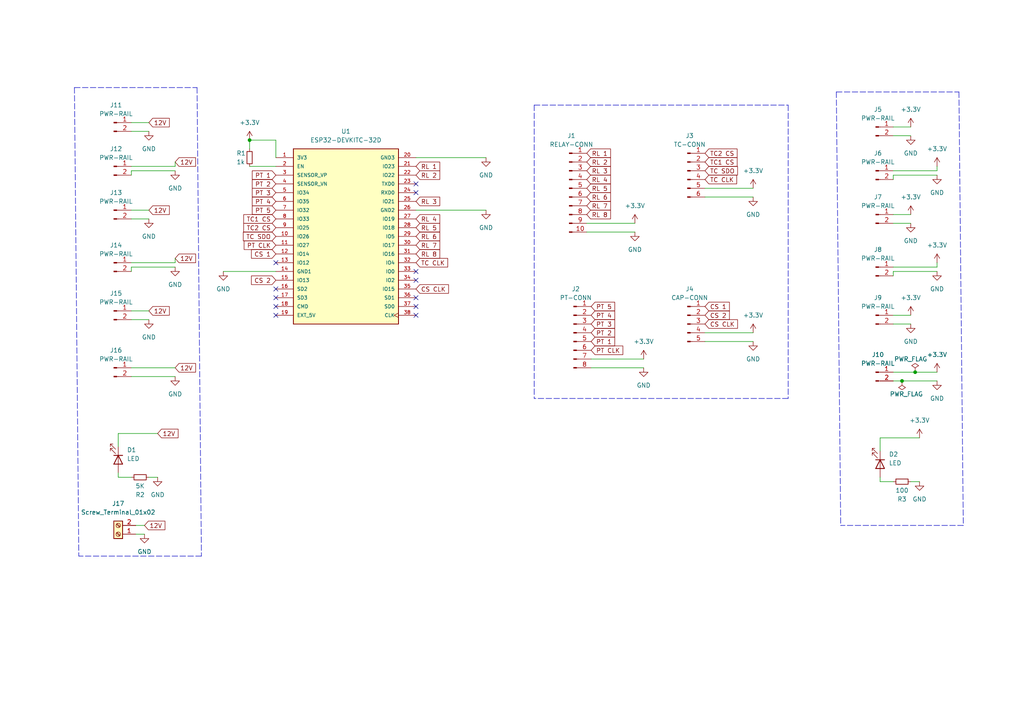
<source format=kicad_sch>
(kicad_sch (version 20211123) (generator eeschema)
  (paper "A4")
  (lib_symbols
    (symbol "Connector:Conn_01x02_Male" (pin_names (offset 1.016) hide)
      (property "Reference" "J" (at 0 2.54 0))
      (property "Value" "Conn_01x02_Male" (at 0 -5.08 0))
      (symbol "Conn_01x02_Male_1_1"
        (polyline (pts (xy 1.27 -2.54) (xy 0.8636 -2.54)) (stroke (width 0.1524)))
        (polyline (pts (xy 1.27 0) (xy 0.8636 0)) (stroke (width 0.1524)))
        (rectangle (start 0.8636 -2.413) (end 0 -2.667) (stroke (width 0.1524)) (fill (type outline)))
        (rectangle (start 0.8636 0.127) (end 0 -0.127) (stroke (width 0.1524)) (fill (type outline)))
        (pin passive line (at 5.08 0 180) (length 3.81) (name "Pin_1") (number "1"))
        (pin passive line (at 5.08 -2.54 180) (length 3.81) (name "Pin_2") (number "2"))
      )
    )
    (symbol "Connector:Conn_01x05_Male" (pin_names (offset 1.016) hide)
      (property "Reference" "J" (at 0 7.62 0))
      (property "Value" "Conn_01x05_Male" (at 0 -7.62 0))
      (symbol "Conn_01x05_Male_1_1"
        (polyline (pts (xy 1.27 -5.08) (xy 0.8636 -5.08)) (stroke (width 0.1524)))
        (polyline (pts (xy 1.27 -2.54) (xy 0.8636 -2.54)) (stroke (width 0.1524)))
        (polyline (pts (xy 1.27 0) (xy 0.8636 0)) (stroke (width 0.1524)))
        (polyline (pts (xy 1.27 2.54) (xy 0.8636 2.54)) (stroke (width 0.1524)))
        (polyline (pts (xy 1.27 5.08) (xy 0.8636 5.08)) (stroke (width 0.1524)))
        (rectangle (start 0.8636 -4.953) (end 0 -5.207) (stroke (width 0.1524)) (fill (type outline)))
        (rectangle (start 0.8636 -2.413) (end 0 -2.667) (stroke (width 0.1524)) (fill (type outline)))
        (rectangle (start 0.8636 0.127) (end 0 -0.127) (stroke (width 0.1524)) (fill (type outline)))
        (rectangle (start 0.8636 2.667) (end 0 2.413) (stroke (width 0.1524)) (fill (type outline)))
        (rectangle (start 0.8636 5.207) (end 0 4.953) (stroke (width 0.1524)) (fill (type outline)))
        (pin passive line (at 5.08 5.08 180) (length 3.81) (name "Pin_1") (number "1"))
        (pin passive line (at 5.08 2.54 180) (length 3.81) (name "Pin_2") (number "2"))
        (pin passive line (at 5.08 0 180) (length 3.81) (name "Pin_3") (number "3"))
        (pin passive line (at 5.08 -2.54 180) (length 3.81) (name "Pin_4") (number "4"))
        (pin passive line (at 5.08 -5.08 180) (length 3.81) (name "Pin_5") (number "5"))
      )
    )
    (symbol "Connector:Conn_01x06_Male" (pin_names (offset 1.016) hide)
      (property "Reference" "J" (at 0 7.62 0))
      (property "Value" "Conn_01x06_Male" (at 0 -10.16 0))
      (symbol "Conn_01x06_Male_1_1"
        (polyline (pts (xy 1.27 -7.62) (xy 0.8636 -7.62)) (stroke (width 0.1524)))
        (polyline (pts (xy 1.27 -5.08) (xy 0.8636 -5.08)) (stroke (width 0.1524)))
        (polyline (pts (xy 1.27 -2.54) (xy 0.8636 -2.54)) (stroke (width 0.1524)))
        (polyline (pts (xy 1.27 0) (xy 0.8636 0)) (stroke (width 0.1524)))
        (polyline (pts (xy 1.27 2.54) (xy 0.8636 2.54)) (stroke (width 0.1524)))
        (polyline (pts (xy 1.27 5.08) (xy 0.8636 5.08)) (stroke (width 0.1524)))
        (rectangle (start 0.8636 -7.493) (end 0 -7.747) (stroke (width 0.1524)) (fill (type outline)))
        (rectangle (start 0.8636 -4.953) (end 0 -5.207) (stroke (width 0.1524)) (fill (type outline)))
        (rectangle (start 0.8636 -2.413) (end 0 -2.667) (stroke (width 0.1524)) (fill (type outline)))
        (rectangle (start 0.8636 0.127) (end 0 -0.127) (stroke (width 0.1524)) (fill (type outline)))
        (rectangle (start 0.8636 2.667) (end 0 2.413) (stroke (width 0.1524)) (fill (type outline)))
        (rectangle (start 0.8636 5.207) (end 0 4.953) (stroke (width 0.1524)) (fill (type outline)))
        (pin passive line (at 5.08 5.08 180) (length 3.81) (name "Pin_1") (number "1"))
        (pin passive line (at 5.08 2.54 180) (length 3.81) (name "Pin_2") (number "2"))
        (pin passive line (at 5.08 0 180) (length 3.81) (name "Pin_3") (number "3"))
        (pin passive line (at 5.08 -2.54 180) (length 3.81) (name "Pin_4") (number "4"))
        (pin passive line (at 5.08 -5.08 180) (length 3.81) (name "Pin_5") (number "5"))
        (pin passive line (at 5.08 -7.62 180) (length 3.81) (name "Pin_6") (number "6"))
      )
    )
    (symbol "Connector:Conn_01x08_Male" (pin_names (offset 1.016) hide)
      (property "Reference" "J" (at 0 10.16 0))
      (property "Value" "Conn_01x08_Male" (at 0 -12.7 0))
      (symbol "Conn_01x08_Male_1_1"
        (polyline (pts (xy 1.27 -10.16) (xy 0.8636 -10.16)) (stroke (width 0.1524)))
        (polyline (pts (xy 1.27 -7.62) (xy 0.8636 -7.62)) (stroke (width 0.1524)))
        (polyline (pts (xy 1.27 -5.08) (xy 0.8636 -5.08)) (stroke (width 0.1524)))
        (polyline (pts (xy 1.27 -2.54) (xy 0.8636 -2.54)) (stroke (width 0.1524)))
        (polyline (pts (xy 1.27 0) (xy 0.8636 0)) (stroke (width 0.1524)))
        (polyline (pts (xy 1.27 2.54) (xy 0.8636 2.54)) (stroke (width 0.1524)))
        (polyline (pts (xy 1.27 5.08) (xy 0.8636 5.08)) (stroke (width 0.1524)))
        (polyline (pts (xy 1.27 7.62) (xy 0.8636 7.62)) (stroke (width 0.1524)))
        (rectangle (start 0.8636 -10.033) (end 0 -10.287) (stroke (width 0.1524)) (fill (type outline)))
        (rectangle (start 0.8636 -7.493) (end 0 -7.747) (stroke (width 0.1524)) (fill (type outline)))
        (rectangle (start 0.8636 -4.953) (end 0 -5.207) (stroke (width 0.1524)) (fill (type outline)))
        (rectangle (start 0.8636 -2.413) (end 0 -2.667) (stroke (width 0.1524)) (fill (type outline)))
        (rectangle (start 0.8636 0.127) (end 0 -0.127) (stroke (width 0.1524)) (fill (type outline)))
        (rectangle (start 0.8636 2.667) (end 0 2.413) (stroke (width 0.1524)) (fill (type outline)))
        (rectangle (start 0.8636 5.207) (end 0 4.953) (stroke (width 0.1524)) (fill (type outline)))
        (rectangle (start 0.8636 7.747) (end 0 7.493) (stroke (width 0.1524)) (fill (type outline)))
        (pin passive line (at 5.08 7.62 180) (length 3.81) (name "Pin_1") (number "1"))
        (pin passive line (at 5.08 5.08 180) (length 3.81) (name "Pin_2") (number "2"))
        (pin passive line (at 5.08 2.54 180) (length 3.81) (name "Pin_3") (number "3"))
        (pin passive line (at 5.08 0 180) (length 3.81) (name "Pin_4") (number "4"))
        (pin passive line (at 5.08 -2.54 180) (length 3.81) (name "Pin_5") (number "5"))
        (pin passive line (at 5.08 -5.08 180) (length 3.81) (name "Pin_6") (number "6"))
        (pin passive line (at 5.08 -7.62 180) (length 3.81) (name "Pin_7") (number "7"))
        (pin passive line (at 5.08 -10.16 180) (length 3.81) (name "Pin_8") (number "8"))
      )
    )
    (symbol "Connector:Conn_01x10_Male" (pin_names (offset 1.016) hide)
      (property "Reference" "J" (at 0 12.7 0))
      (property "Value" "Conn_01x10_Male" (at 0 -15.24 0))
      (symbol "Conn_01x10_Male_1_1"
        (polyline (pts (xy 1.27 -12.7) (xy 0.8636 -12.7)) (stroke (width 0.1524)))
        (polyline (pts (xy 1.27 -10.16) (xy 0.8636 -10.16)) (stroke (width 0.1524)))
        (polyline (pts (xy 1.27 -7.62) (xy 0.8636 -7.62)) (stroke (width 0.1524)))
        (polyline (pts (xy 1.27 -5.08) (xy 0.8636 -5.08)) (stroke (width 0.1524)))
        (polyline (pts (xy 1.27 -2.54) (xy 0.8636 -2.54)) (stroke (width 0.1524)))
        (polyline (pts (xy 1.27 0) (xy 0.8636 0)) (stroke (width 0.1524)))
        (polyline (pts (xy 1.27 2.54) (xy 0.8636 2.54)) (stroke (width 0.1524)))
        (polyline (pts (xy 1.27 5.08) (xy 0.8636 5.08)) (stroke (width 0.1524)))
        (polyline (pts (xy 1.27 7.62) (xy 0.8636 7.62)) (stroke (width 0.1524)))
        (polyline (pts (xy 1.27 10.16) (xy 0.8636 10.16)) (stroke (width 0.1524)))
        (rectangle (start 0.8636 -12.573) (end 0 -12.827) (stroke (width 0.1524)) (fill (type outline)))
        (rectangle (start 0.8636 -10.033) (end 0 -10.287) (stroke (width 0.1524)) (fill (type outline)))
        (rectangle (start 0.8636 -7.493) (end 0 -7.747) (stroke (width 0.1524)) (fill (type outline)))
        (rectangle (start 0.8636 -4.953) (end 0 -5.207) (stroke (width 0.1524)) (fill (type outline)))
        (rectangle (start 0.8636 -2.413) (end 0 -2.667) (stroke (width 0.1524)) (fill (type outline)))
        (rectangle (start 0.8636 0.127) (end 0 -0.127) (stroke (width 0.1524)) (fill (type outline)))
        (rectangle (start 0.8636 2.667) (end 0 2.413) (stroke (width 0.1524)) (fill (type outline)))
        (rectangle (start 0.8636 5.207) (end 0 4.953) (stroke (width 0.1524)) (fill (type outline)))
        (rectangle (start 0.8636 7.747) (end 0 7.493) (stroke (width 0.1524)) (fill (type outline)))
        (rectangle (start 0.8636 10.287) (end 0 10.033) (stroke (width 0.1524)) (fill (type outline)))
        (pin passive line (at 5.08 10.16 180) (length 3.81) (name "Pin_1") (number "1"))
        (pin passive line (at 5.08 -12.7 180) (length 3.81) (name "Pin_10") (number "10"))
        (pin passive line (at 5.08 7.62 180) (length 3.81) (name "Pin_2") (number "2"))
        (pin passive line (at 5.08 5.08 180) (length 3.81) (name "Pin_3") (number "3"))
        (pin passive line (at 5.08 2.54 180) (length 3.81) (name "Pin_4") (number "4"))
        (pin passive line (at 5.08 0 180) (length 3.81) (name "Pin_5") (number "5"))
        (pin passive line (at 5.08 -2.54 180) (length 3.81) (name "Pin_6") (number "6"))
        (pin passive line (at 5.08 -5.08 180) (length 3.81) (name "Pin_7") (number "7"))
        (pin passive line (at 5.08 -7.62 180) (length 3.81) (name "Pin_8") (number "8"))
        (pin passive line (at 5.08 -10.16 180) (length 3.81) (name "Pin_9") (number "9"))
      )
    )
    (symbol "Connector:Screw_Terminal_01x02" (pin_names (offset 1.016) hide)
      (property "Reference" "J" (at 0 2.54 0))
      (property "Value" "Screw_Terminal_01x02" (at 0 -5.08 0))
      (symbol "Screw_Terminal_01x02_1_1"
        (rectangle (start -1.27 1.27) (end 1.27 -3.81) (stroke (width 0.254)) (fill (type background)))
        (circle (center 0 -2.54) (radius 0.635) (stroke (width 0.1524)))
        (polyline (pts (xy -0.5334 -2.2098) (xy 0.3302 -3.048)) (stroke (width 0.1524)))
        (polyline (pts (xy -0.5334 0.3302) (xy 0.3302 -0.508)) (stroke (width 0.1524)))
        (polyline (pts (xy -0.3556 -2.032) (xy 0.508 -2.8702)) (stroke (width 0.1524)))
        (polyline (pts (xy -0.3556 0.508) (xy 0.508 -0.3302)) (stroke (width 0.1524)))
        (circle (center 0 0) (radius 0.635) (stroke (width 0.1524)))
        (pin passive line (at -5.08 0 0) (length 3.81) (name "Pin_1") (number "1"))
        (pin passive line (at -5.08 -2.54 0) (length 3.81) (name "Pin_2") (number "2"))
      )
    )
    (symbol "Device:LED" (pin_numbers hide) (pin_names (offset 1.016) hide)
      (property "Reference" "D" (at 0 2.54 0))
      (property "Value" "LED" (at 0 -2.54 0))
      (symbol "LED_0_1"
        (polyline (pts (xy -1.27 -1.27) (xy -1.27 1.27)) (stroke (width 0.254)))
        (polyline (pts (xy -1.27 0) (xy 1.27 0)))
        (polyline (pts (xy 1.27 -1.27) (xy 1.27 1.27) (xy -1.27 0) (xy 1.27 -1.27)) (stroke (width 0.254)))
        (polyline (pts (xy -3.048 -0.762) (xy -4.572 -2.286) (xy -3.81 -2.286) (xy -4.572 -2.286) (xy -4.572 -1.524)))
        (polyline (pts (xy -1.778 -0.762) (xy -3.302 -2.286) (xy -2.54 -2.286) (xy -3.302 -2.286) (xy -3.302 -1.524)))
      )
      (symbol "LED_1_1"
        (pin passive line (at -3.81 0 0) (length 2.54) (name "K") (number "1"))
        (pin passive line (at 3.81 0 180) (length 2.54) (name "A") (number "2"))
      )
    )
    (symbol "Device:R_Small" (pin_numbers hide) (pin_names (offset 0.254) hide)
      (property "Reference" "R" (at 0.762 0.508 0))
      (property "Value" "R_Small" (at 0.762 -1.016 0))
      (symbol "R_Small_0_1"
        (rectangle (start -0.762 1.778) (end 0.762 -1.778) (stroke (width 0.2032)))
      )
      (symbol "R_Small_1_1"
        (pin passive line (at 0 2.54 270) (length 0.762) (name "~") (number "1"))
        (pin passive line (at 0 -2.54 90) (length 0.762) (name "~") (number "2"))
      )
    )
    (symbol "esp32-ellie:ESP32-DEVKITC-32D" (pin_names (offset 1.016))
      (property "Reference" "U" (at -15.2654 26.0604 0))
      (property "Value" "ESP32-DEVKITC-32D" (at -15.2654 -27.9654 0))
      (symbol "ESP32-DEVKITC-32D_0_0"
        (rectangle (start -15.24 -25.4) (end 15.24 25.4) (stroke (width 0.254)) (fill (type background)))
        (pin power_in line (at -20.32 22.86 0) (length 5.08) (name "3V3") (number "1"))
        (pin bidirectional line (at -20.32 0 0) (length 5.08) (name "IO26") (number "10"))
        (pin bidirectional line (at -20.32 -2.54 0) (length 5.08) (name "IO27") (number "11"))
        (pin bidirectional line (at -20.32 -5.08 0) (length 5.08) (name "IO14") (number "12"))
        (pin bidirectional line (at -20.32 -7.62 0) (length 5.08) (name "IO12") (number "13"))
        (pin power_in line (at -20.32 -10.16 0) (length 5.08) (name "GND1") (number "14"))
        (pin bidirectional line (at -20.32 -12.7 0) (length 5.08) (name "IO13") (number "15"))
        (pin bidirectional line (at -20.32 -15.24 0) (length 5.08) (name "SD2") (number "16"))
        (pin bidirectional line (at -20.32 -17.78 0) (length 5.08) (name "SD3") (number "17"))
        (pin bidirectional line (at -20.32 -20.32 0) (length 5.08) (name "CMD") (number "18"))
        (pin power_in line (at -20.32 -22.86 0) (length 5.08) (name "EXT_5V") (number "19"))
        (pin input line (at -20.32 20.32 0) (length 5.08) (name "EN") (number "2"))
        (pin power_in line (at 20.32 22.86 180) (length 5.08) (name "GND3") (number "20"))
        (pin bidirectional line (at 20.32 20.32 180) (length 5.08) (name "IO23") (number "21"))
        (pin bidirectional line (at 20.32 17.78 180) (length 5.08) (name "IO22") (number "22"))
        (pin output line (at 20.32 15.24 180) (length 5.08) (name "TXD0") (number "23"))
        (pin input line (at 20.32 12.7 180) (length 5.08) (name "RXD0") (number "24"))
        (pin bidirectional line (at 20.32 10.16 180) (length 5.08) (name "IO21") (number "25"))
        (pin power_in line (at 20.32 7.62 180) (length 5.08) (name "GND2") (number "26"))
        (pin bidirectional line (at 20.32 5.08 180) (length 5.08) (name "IO19") (number "27"))
        (pin bidirectional line (at 20.32 2.54 180) (length 5.08) (name "IO18") (number "28"))
        (pin bidirectional line (at 20.32 0 180) (length 5.08) (name "IO5") (number "29"))
        (pin input line (at -20.32 17.78 0) (length 5.08) (name "SENSOR_VP") (number "3"))
        (pin bidirectional line (at 20.32 -2.54 180) (length 5.08) (name "IO17") (number "30"))
        (pin bidirectional line (at 20.32 -5.08 180) (length 5.08) (name "IO16") (number "31"))
        (pin bidirectional line (at 20.32 -7.62 180) (length 5.08) (name "IO4") (number "32"))
        (pin bidirectional line (at 20.32 -10.16 180) (length 5.08) (name "IO0") (number "33"))
        (pin bidirectional line (at 20.32 -12.7 180) (length 5.08) (name "IO2") (number "34"))
        (pin bidirectional line (at 20.32 -15.24 180) (length 5.08) (name "IO15") (number "35"))
        (pin bidirectional line (at 20.32 -17.78 180) (length 5.08) (name "SD1") (number "36"))
        (pin bidirectional line (at 20.32 -20.32 180) (length 5.08) (name "SD0") (number "37"))
        (pin input clock (at 20.32 -22.86 180) (length 5.08) (name "CLK") (number "38"))
        (pin input line (at -20.32 15.24 0) (length 5.08) (name "SENSOR_VN") (number "4"))
        (pin bidirectional line (at -20.32 12.7 0) (length 5.08) (name "IO34") (number "5"))
        (pin bidirectional line (at -20.32 10.16 0) (length 5.08) (name "IO35") (number "6"))
        (pin bidirectional line (at -20.32 7.62 0) (length 5.08) (name "IO32") (number "7"))
        (pin bidirectional line (at -20.32 5.08 0) (length 5.08) (name "IO33") (number "8"))
        (pin bidirectional line (at -20.32 2.54 0) (length 5.08) (name "IO25") (number "9"))
      )
    )
    (symbol "power:+3.3V" (power) (pin_names (offset 0))
      (property "Value" "+3.3V" (at 0 3.556 0))
      (symbol "+3.3V_0_1"
        (polyline (pts (xy -0.762 1.27) (xy 0 2.54)))
        (polyline (pts (xy 0 0) (xy 0 2.54)))
        (polyline (pts (xy 0 2.54) (xy 0.762 1.27)))
      )
      (symbol "+3.3V_1_1"
        (pin power_in line (at 0 0 90) (length 0) hide (name "+3.3V") (number "1"))
      )
    )
    (symbol "power:GND" (power) (pin_names (offset 0))
      (property "Value" "GND" (at 0 -3.81 0))
      (symbol "GND_0_1"
        (polyline (pts (xy 0 0) (xy 0 -1.27) (xy 1.27 -1.27) (xy 0 -2.54) (xy -1.27 -1.27) (xy 0 -1.27)))
      )
      (symbol "GND_1_1"
        (pin power_in line (at 0 0 270) (length 0) hide (name "GND") (number "1"))
      )
    )
    (symbol "power:PWR_FLAG" (power) (pin_numbers hide) (pin_names (offset 0) hide)
      (property "Value" "PWR_FLAG" (at 0 3.81 0))
      (symbol "PWR_FLAG_0_0"
        (pin power_out line (at 0 0 90) (length 0) (name "pwr") (number "1"))
      )
      (symbol "PWR_FLAG_0_1"
        (polyline (pts (xy 0 0) (xy 0 1.27) (xy -1.016 1.905) (xy 0 2.54) (xy 1.016 1.905) (xy 0 1.27)))
      )
    )
  )
  (junction (at 265.43 107.95))
  (junction (at 72.39 40.64))
  (junction (at 261.62 110.49))
  (no_connect (at 120.65 88.9))
  (no_connect (at 120.65 91.44))
  (no_connect (at 120.65 86.36))
  (no_connect (at 80.01 88.9))
  (no_connect (at 80.01 86.36))
  (no_connect (at 80.01 83.82))
  (no_connect (at 80.01 76.2))
  (no_connect (at 80.01 91.44))
  (no_connect (at 120.65 55.88))
  (no_connect (at 120.65 53.34))
  (no_connect (at 120.65 78.74))
  (no_connect (at 120.65 81.28))
  (wire (pts (xy 80.01 40.64) (xy 72.39 40.64)))
  (wire (pts (xy 171.45 106.68) (xy 186.69 106.68)))
  (wire (pts (xy 38.1 106.68) (xy 50.8 106.68)))
  (polyline (pts (xy 21.59 25.4) (xy 57.15 25.4)))
  (wire (pts (xy 80.01 45.72) (xy 80.01 40.64)))
  (wire (pts (xy 259.08 77.47) (xy 271.78 77.47)))
  (wire (pts (xy 271.78 78.74) (xy 259.08 78.74)))
  (wire (pts (xy 204.47 54.61) (xy 218.44 54.61)))
  (wire (pts (xy 255.27 127) (xy 266.7 127)))
  (wire (pts (xy 170.18 67.31) (xy 184.15 67.31)))
  (wire (pts (xy 50.8 77.47) (xy 38.1 77.47)))
  (wire (pts (xy 271.78 77.47) (xy 271.78 76.2)))
  (wire (pts (xy 38.1 92.71) (xy 43.18 92.71)))
  (wire (pts (xy 259.08 64.77) (xy 264.16 64.77)))
  (polyline (pts (xy 228.6 30.48) (xy 228.6 115.57)))
  (wire (pts (xy 38.1 60.96) (xy 43.18 60.96)))
  (polyline (pts (xy 242.57 26.67) (xy 278.13 26.67)))
  (wire (pts (xy 39.37 152.4) (xy 41.91 152.4)))
  (wire (pts (xy 50.8 48.26) (xy 50.8 46.99)))
  (wire (pts (xy 271.78 49.53) (xy 271.78 48.26)))
  (wire (pts (xy 120.65 45.72) (xy 140.97 45.72)))
  (wire (pts (xy 259.08 110.49) (xy 261.62 110.49)))
  (wire (pts (xy 38.1 109.22) (xy 50.8 109.22)))
  (polyline (pts (xy 279.4 152.4) (xy 243.84 152.4)))
  (wire (pts (xy 34.29 125.73) (xy 45.72 125.73)))
  (wire (pts (xy 259.08 50.8) (xy 259.08 52.07)))
  (wire (pts (xy 170.18 64.77) (xy 184.15 64.77)))
  (wire (pts (xy 38.1 90.17) (xy 43.18 90.17)))
  (wire (pts (xy 64.77 78.74) (xy 80.01 78.74)))
  (polyline (pts (xy 154.94 30.48) (xy 154.94 115.57)))
  (wire (pts (xy 204.47 57.15) (xy 218.44 57.15)))
  (wire (pts (xy 34.29 137.16) (xy 34.29 138.43)))
  (wire (pts (xy 204.47 96.52) (xy 218.44 96.52)))
  (wire (pts (xy 34.29 138.43) (xy 38.1 138.43)))
  (wire (pts (xy 38.1 76.2) (xy 50.8 76.2)))
  (wire (pts (xy 72.39 48.26) (xy 80.01 48.26)))
  (wire (pts (xy 120.65 60.96) (xy 140.97 60.96)))
  (wire (pts (xy 43.18 138.43) (xy 45.72 138.43)))
  (polyline (pts (xy 58.42 161.29) (xy 22.86 161.29)))
  (polyline (pts (xy 228.6 115.57) (xy 154.94 115.57)))
  (wire (pts (xy 271.78 50.8) (xy 259.08 50.8)))
  (wire (pts (xy 50.8 49.53) (xy 38.1 49.53)))
  (wire (pts (xy 204.47 99.06) (xy 218.44 99.06)))
  (wire (pts (xy 255.27 138.43) (xy 255.27 139.7)))
  (wire (pts (xy 259.08 36.83) (xy 264.16 36.83)))
  (wire (pts (xy 38.1 48.26) (xy 50.8 48.26)))
  (wire (pts (xy 259.08 49.53) (xy 271.78 49.53)))
  (wire (pts (xy 259.08 107.95) (xy 265.43 107.95)))
  (wire (pts (xy 259.08 93.98) (xy 264.16 93.98)))
  (wire (pts (xy 34.29 129.54) (xy 34.29 125.73)))
  (wire (pts (xy 264.16 139.7) (xy 266.7 139.7)))
  (wire (pts (xy 50.8 76.2) (xy 50.8 74.93)))
  (wire (pts (xy 255.27 130.81) (xy 255.27 127)))
  (wire (pts (xy 38.1 35.56) (xy 43.18 35.56)))
  (wire (pts (xy 39.37 154.94) (xy 41.91 154.94)))
  (wire (pts (xy 171.45 104.14) (xy 186.69 104.14)))
  (wire (pts (xy 38.1 63.5) (xy 43.18 63.5)))
  (polyline (pts (xy 57.15 25.4) (xy 58.42 161.29)))
  (polyline (pts (xy 278.13 26.67) (xy 279.4 152.4)))
  (wire (pts (xy 72.39 40.64) (xy 72.39 43.18)))
  (wire (pts (xy 255.27 139.7) (xy 259.08 139.7)))
  (wire (pts (xy 259.08 62.23) (xy 264.16 62.23)))
  (wire (pts (xy 265.43 107.95) (xy 271.78 107.95)))
  (polyline (pts (xy 21.59 25.4) (xy 22.86 161.29)))
  (wire (pts (xy 259.08 91.44) (xy 264.16 91.44)))
  (wire (pts (xy 38.1 77.47) (xy 38.1 78.74)))
  (wire (pts (xy 259.08 78.74) (xy 259.08 80.01)))
  (wire (pts (xy 38.1 38.1) (xy 43.18 38.1)))
  (polyline (pts (xy 242.57 26.67) (xy 243.84 152.4)))
  (wire (pts (xy 38.1 49.53) (xy 38.1 50.8)))
  (wire (pts (xy 261.62 110.49) (xy 271.78 110.49)))
  (polyline (pts (xy 154.94 30.48) (xy 228.6 30.48)))
  (wire (pts (xy 259.08 39.37) (xy 264.16 39.37)))
  (global_label "RL 4" (shape input) (at 170.18 52.07 0) (property "Intersheet References" "${INTERSHEET_REFS}" (effects hide)))
  (global_label "TC SDO" (shape input) (at 204.47 49.53 0) (property "Intersheet References" "${INTERSHEET_REFS}" (effects hide)))
  (global_label "PT 3" (shape input) (at 171.45 93.98 0) (property "Intersheet References" "${INTERSHEET_REFS}" (effects hide)))
  (global_label "CS 1" (shape input) (at 80.01 73.66 180) (property "Intersheet References" "${INTERSHEET_REFS}" (effects hide)))
  (global_label "PT 5" (shape input) (at 171.45 88.9 0) (property "Intersheet References" "${INTERSHEET_REFS}" (effects hide)))
  (global_label "RL 3" (shape input) (at 170.18 49.53 0) (property "Intersheet References" "${INTERSHEET_REFS}" (effects hide)))
  (global_label "RL 1" (shape input) (at 120.65 48.26 0) (property "Intersheet References" "${INTERSHEET_REFS}" (effects hide)))
  (global_label "RL 2" (shape input) (at 170.18 46.99 0) (property "Intersheet References" "${INTERSHEET_REFS}" (effects hide)))
  (global_label "RL 7" (shape input) (at 120.65 71.12 0) (property "Intersheet References" "${INTERSHEET_REFS}" (effects hide)))
  (global_label "TC CLK" (shape input) (at 204.47 52.07 0) (property "Intersheet References" "${INTERSHEET_REFS}" (effects hide)))
  (global_label "CS 2" (shape input) (at 80.01 81.28 180) (property "Intersheet References" "${INTERSHEET_REFS}" (effects hide)))
  (global_label "12V" (shape input) (at 45.72 125.73 0) (property "Intersheet References" "${INTERSHEET_REFS}" (effects hide)))
  (global_label "TC2 CS" (shape input) (at 80.01 66.04 180) (property "Intersheet References" "${INTERSHEET_REFS}" (effects hide)))
  (global_label "TC1 CS" (shape input) (at 204.47 46.99 0) (property "Intersheet References" "${INTERSHEET_REFS}" (effects hide)))
  (global_label "RL 8" (shape input) (at 170.18 62.23 0) (property "Intersheet References" "${INTERSHEET_REFS}" (effects hide)))
  (global_label "RL 6" (shape input) (at 170.18 57.15 0) (property "Intersheet References" "${INTERSHEET_REFS}" (effects hide)))
  (global_label "PT 3" (shape input) (at 80.01 55.88 180) (property "Intersheet References" "${INTERSHEET_REFS}" (effects hide)))
  (global_label "12V" (shape input) (at 43.18 90.17 0) (property "Intersheet References" "${INTERSHEET_REFS}" (effects hide)))
  (global_label "PT 5" (shape input) (at 80.01 60.96 180) (property "Intersheet References" "${INTERSHEET_REFS}" (effects hide)))
  (global_label "RL 1" (shape input) (at 170.18 44.45 0) (property "Intersheet References" "${INTERSHEET_REFS}" (effects hide)))
  (global_label "RL 2" (shape input) (at 120.65 50.8 0) (property "Intersheet References" "${INTERSHEET_REFS}" (effects hide)))
  (global_label "CS 2" (shape input) (at 204.47 91.44 0) (property "Intersheet References" "${INTERSHEET_REFS}" (effects hide)))
  (global_label "RL 6" (shape input) (at 120.65 68.58 0) (property "Intersheet References" "${INTERSHEET_REFS}" (effects hide)))
  (global_label "PT 2" (shape input) (at 171.45 96.52 0) (property "Intersheet References" "${INTERSHEET_REFS}" (effects hide)))
  (global_label "12V" (shape input) (at 50.8 106.68 0) (property "Intersheet References" "${INTERSHEET_REFS}" (effects hide)))
  (global_label "RL 4" (shape input) (at 120.65 63.5 0) (property "Intersheet References" "${INTERSHEET_REFS}" (effects hide)))
  (global_label "12V" (shape input) (at 50.8 74.93 0) (property "Intersheet References" "${INTERSHEET_REFS}" (effects hide)))
  (global_label "RL 5" (shape input) (at 120.65 66.04 0) (property "Intersheet References" "${INTERSHEET_REFS}" (effects hide)))
  (global_label "TC2 CS" (shape input) (at 204.47 44.45 0) (property "Intersheet References" "${INTERSHEET_REFS}" (effects hide)))
  (global_label "RL 8" (shape input) (at 120.65 73.66 0) (property "Intersheet References" "${INTERSHEET_REFS}" (effects hide)))
  (global_label "CS CLK" (shape input) (at 120.65 83.82 0) (property "Intersheet References" "${INTERSHEET_REFS}" (effects hide)))
  (global_label "TC SDO" (shape input) (at 80.01 68.58 180) (property "Intersheet References" "${INTERSHEET_REFS}" (effects hide)))
  (global_label "PT 4" (shape input) (at 80.01 58.42 180) (property "Intersheet References" "${INTERSHEET_REFS}" (effects hide)))
  (global_label "PT 2" (shape input) (at 80.01 53.34 180) (property "Intersheet References" "${INTERSHEET_REFS}" (effects hide)))
  (global_label "RL 3" (shape input) (at 120.65 58.42 0) (property "Intersheet References" "${INTERSHEET_REFS}" (effects hide)))
  (global_label "12V" (shape input) (at 41.91 152.4 0) (property "Intersheet References" "${INTERSHEET_REFS}" (effects hide)))
  (global_label "12V" (shape input) (at 50.8 46.99 0) (property "Intersheet References" "${INTERSHEET_REFS}" (effects hide)))
  (global_label "RL 5" (shape input) (at 170.18 54.61 0) (property "Intersheet References" "${INTERSHEET_REFS}" (effects hide)))
  (global_label "CS 1" (shape input) (at 204.47 88.9 0) (property "Intersheet References" "${INTERSHEET_REFS}" (effects hide)))
  (global_label "PT 1" (shape input) (at 171.45 99.06 0) (property "Intersheet References" "${INTERSHEET_REFS}" (effects hide)))
  (global_label "PT 4" (shape input) (at 171.45 91.44 0) (property "Intersheet References" "${INTERSHEET_REFS}" (effects hide)))
  (global_label "TC CLK" (shape input) (at 120.65 76.2 0) (property "Intersheet References" "${INTERSHEET_REFS}" (effects hide)))
  (global_label "PT CLK" (shape input) (at 80.01 71.12 180) (property "Intersheet References" "${INTERSHEET_REFS}" (effects hide)))
  (global_label "12V" (shape input) (at 43.18 60.96 0) (property "Intersheet References" "${INTERSHEET_REFS}" (effects hide)))
  (global_label "12V" (shape input) (at 43.18 35.56 0) (property "Intersheet References" "${INTERSHEET_REFS}" (effects hide)))
  (global_label "TC1 CS" (shape input) (at 80.01 63.5 180) (property "Intersheet References" "${INTERSHEET_REFS}" (effects hide)))
  (global_label "RL 7" (shape input) (at 170.18 59.69 0) (property "Intersheet References" "${INTERSHEET_REFS}" (effects hide)))
  (global_label "PT CLK" (shape input) (at 171.45 101.6 0) (property "Intersheet References" "${INTERSHEET_REFS}" (effects hide)))
  (global_label "CS CLK" (shape input) (at 204.47 93.98 0) (property "Intersheet References" "${INTERSHEET_REFS}" (effects hide)))
  (global_label "PT 1" (shape input) (at 80.01 50.8 180) (property "Intersheet References" "${INTERSHEET_REFS}" (effects hide)))
  (symbol (lib_id "power:+3.3V") (at 264.16 91.44 0) (unit 1)
    (property "Reference" "#PWR017" (effects hide))
    (property "Value" "+3.3V" (at 264.16 86.36 0))
  )
  (symbol (lib_id "power:PWR_FLAG") (at 261.62 110.49 180) (unit 1)
    (property "Reference" "#FLG0101" (effects hide))
    (property "Value" "PWR_FLAG" (at 262.89 114.3 0))
  )
  (symbol (lib_id "power:PWR_FLAG") (at 265.43 107.95 0) (unit 1)
    (property "Reference" "#FLG0102" (effects hide))
    (property "Value" "PWR_FLAG" (at 264.16 104.14 0))
  )
  (symbol (lib_id "power:+3.3V") (at 218.44 96.52 0) (unit 1)
    (property "Reference" "#PWR011" (effects hide))
    (property "Value" "+3.3V" (at 218.44 91.44 0))
  )
  (symbol (lib_id "power:+3.3V") (at 271.78 48.26 0) (unit 1)
    (property "Reference" "#PWR019" (effects hide))
    (property "Value" "+3.3V" (at 271.78 43.18 0))
  )
  (symbol (lib_id "Device:LED") (at 34.29 133.35 270) (unit 1)
    (property "Reference" "D1" (at 36.83 130.4924 90) (effects (justify left)))
    (property "Value" "LED" (at 36.83 133.0324 90) (effects (justify left)))
    (property "Footprint" "LED_THT:LED_D3.0mm" (effects hide))
  )
  (symbol (lib_id "power:GND") (at 43.18 92.71 0) (unit 1)
    (property "Reference" "#PWR027" (effects hide))
    (property "Value" "GND" (at 43.18 97.79 0))
  )
  (symbol (lib_id "Device:R_Small") (at 72.39 45.72 180) (unit 1)
    (property "Reference" "R1" (at 68.58 44.45 0) (effects (justify right)))
    (property "Value" "1k" (at 68.58 46.99 0) (effects (justify right)))
    (property "Footprint" "Resistor_SMD:R_0805_2012Metric_Pad1.20x1.40mm_HandSolder" (effects hide))
  )
  (symbol (lib_id "power:+3.3V") (at 271.78 76.2 0) (unit 1)
    (property "Reference" "#PWR021" (effects hide))
    (property "Value" "+3.3V" (at 271.78 71.12 0))
  )
  (symbol (lib_id "power:GND") (at 50.8 77.47 0) (unit 1)
    (property "Reference" "#PWR030" (effects hide))
    (property "Value" "GND" (at 50.8 82.55 0))
  )
  (symbol (lib_id "power:+3.3V") (at 186.69 104.14 0) (unit 1)
    (property "Reference" "#PWR07" (effects hide))
    (property "Value" "+3.3V" (at 186.69 99.06 0))
  )
  (symbol (lib_id "power:GND") (at 271.78 50.8 0) (unit 1)
    (property "Reference" "#PWR020" (effects hide))
    (property "Value" "GND" (at 271.78 55.88 0))
  )
  (symbol (lib_id "power:GND") (at 140.97 60.96 0) (unit 1)
    (property "Reference" "#PWR04" (effects hide))
    (property "Value" "GND" (at 140.97 66.04 0))
  )
  (symbol (lib_id "Connector:Conn_01x02_Male") (at 33.02 106.68 0) (unit 1)
    (property "Reference" "J16" (at 33.655 101.6 0))
    (property "Value" "PWR-RAIL" (at 33.655 104.14 0))
    (property "Footprint" "Connector_PinHeader_2.54mm:PinHeader_1x02_P2.54mm_Horizontal" (effects hide))
  )
  (symbol (lib_id "Connector:Conn_01x02_Male") (at 254 49.53 0) (unit 1)
    (property "Reference" "J6" (at 254.635 44.45 0))
    (property "Value" "PWR-RAIL" (at 254.635 46.99 0))
    (property "Footprint" "Connector_PinHeader_2.54mm:PinHeader_1x02_P2.54mm_Horizontal" (effects hide))
  )
  (symbol (lib_id "esp32-ellie:ESP32-DEVKITC-32D") (at 100.33 68.58 0) (unit 1)
    (property "Reference" "U1" (at 100.33 38.1 0))
    (property "Value" "ESP32-DEVKITC-32D" (at 100.33 40.64 0))
    (property "Footprint" "ellie:MODULE_ESP32-DEVKITC-32D" (effects hide))
    (property "MANUFACTURER" "Espressif Systems" (effects hide))
    (property "PARTREV" "4" (effects hide))
  )
  (symbol (lib_id "power:GND") (at 43.18 63.5 0) (unit 1)
    (property "Reference" "#PWR026" (effects hide))
    (property "Value" "GND" (at 43.18 68.58 0))
  )
  (symbol (lib_id "power:GND") (at 184.15 67.31 0) (unit 1)
    (property "Reference" "#PWR06" (effects hide))
    (property "Value" "GND" (at 184.15 72.39 0))
  )
  (symbol (lib_id "Device:R_Small") (at 40.64 138.43 270) (unit 1)
    (property "Reference" "R2" (at 40.64 143.51 90))
    (property "Value" "5K" (at 40.64 140.97 90))
    (property "Footprint" "Resistor_SMD:R_0805_2012Metric_Pad1.20x1.40mm_HandSolder" (effects hide))
  )
  (symbol (lib_id "power:+3.3V") (at 271.78 107.95 0) (unit 1)
    (property "Reference" "#PWR023" (effects hide))
    (property "Value" "+3.3V" (at 271.78 102.87 0))
  )
  (symbol (lib_id "power:GND") (at 50.8 109.22 0) (unit 1)
    (property "Reference" "#PWR031" (effects hide))
    (property "Value" "GND" (at 50.8 114.3 0))
  )
  (symbol (lib_id "Connector:Conn_01x05_Male") (at 199.39 93.98 0) (unit 1)
    (property "Reference" "J4" (at 200.025 83.82 0))
    (property "Value" "CAP-CONN" (at 200.025 86.36 0))
    (property "Footprint" "Connector_PinHeader_2.54mm:PinHeader_1x05_P2.54mm_Horizontal" (effects hide))
  )
  (symbol (lib_id "Connector:Conn_01x02_Male") (at 33.02 48.26 0) (unit 1)
    (property "Reference" "J12" (at 33.655 43.18 0))
    (property "Value" "PWR-RAIL" (at 33.655 45.72 0))
    (property "Footprint" "Connector_PinHeader_2.54mm:PinHeader_1x02_P2.54mm_Horizontal" (effects hide))
  )
  (symbol (lib_id "power:GND") (at 264.16 93.98 0) (unit 1)
    (property "Reference" "#PWR018" (effects hide))
    (property "Value" "GND" (at 264.16 99.06 0))
  )
  (symbol (lib_id "Connector:Conn_01x10_Male") (at 165.1 54.61 0) (unit 1)
    (property "Reference" "J1" (at 165.735 39.37 0))
    (property "Value" "RELAY-CONN" (at 165.735 41.91 0))
    (property "Footprint" "Connector_PinHeader_2.54mm:PinHeader_1x10_P2.54mm_Horizontal" (effects hide))
  )
  (symbol (lib_id "Connector:Conn_01x06_Male") (at 199.39 49.53 0) (unit 1)
    (property "Reference" "J3" (at 200.025 39.37 0))
    (property "Value" "TC-CONN" (at 200.025 41.91 0))
    (property "Footprint" "Connector_PinHeader_2.54mm:PinHeader_1x06_P2.54mm_Horizontal" (effects hide))
  )
  (symbol (lib_id "power:GND") (at 45.72 138.43 0) (unit 1)
    (property "Reference" "#PWR028" (effects hide))
    (property "Value" "GND" (at 45.72 143.51 0))
  )
  (symbol (lib_id "power:+3.3V") (at 264.16 36.83 0) (unit 1)
    (property "Reference" "#PWR013" (effects hide))
    (property "Value" "+3.3V" (at 264.16 31.75 0))
  )
  (symbol (lib_id "Device:R_Small") (at 261.62 139.7 270) (unit 1)
    (property "Reference" "R3" (at 261.62 144.78 90))
    (property "Value" "100" (at 261.62 142.24 90))
    (property "Footprint" "Resistor_SMD:R_0805_2012Metric_Pad1.20x1.40mm_HandSolder" (effects hide))
  )
  (symbol (lib_id "power:+3.3V") (at 72.39 40.64 0) (unit 1)
    (property "Reference" "#PWR02" (effects hide))
    (property "Value" "+3.3V" (at 72.39 35.56 0))
  )
  (symbol (lib_id "power:GND") (at 140.97 45.72 0) (unit 1)
    (property "Reference" "#PWR03" (effects hide))
    (property "Value" "GND" (at 140.97 50.8 0))
  )
  (symbol (lib_id "power:GND") (at 50.8 49.53 0) (unit 1)
    (property "Reference" "#PWR029" (effects hide))
    (property "Value" "GND" (at 50.8 54.61 0))
  )
  (symbol (lib_id "power:GND") (at 218.44 57.15 0) (unit 1)
    (property "Reference" "#PWR010" (effects hide))
    (property "Value" "GND" (at 218.44 62.23 0))
  )
  (symbol (lib_id "power:GND") (at 43.18 38.1 0) (unit 1)
    (property "Reference" "#PWR025" (effects hide))
    (property "Value" "GND" (at 43.18 43.18 0))
  )
  (symbol (lib_id "power:GND") (at 218.44 99.06 0) (unit 1)
    (property "Reference" "#PWR012" (effects hide))
    (property "Value" "GND" (at 218.44 104.14 0))
  )
  (symbol (lib_id "Connector:Conn_01x02_Male") (at 33.02 35.56 0) (unit 1)
    (property "Reference" "J11" (at 33.655 30.48 0))
    (property "Value" "PWR-RAIL" (at 33.655 33.02 0))
    (property "Footprint" "Connector_PinHeader_2.54mm:PinHeader_1x02_P2.54mm_Horizontal" (effects hide))
  )
  (symbol (lib_id "Device:LED") (at 255.27 134.62 270) (unit 1)
    (property "Reference" "D2" (at 257.81 131.7624 90) (effects (justify left)))
    (property "Value" "LED" (at 257.81 134.3024 90) (effects (justify left)))
    (property "Footprint" "LED_THT:LED_D3.0mm" (effects hide))
  )
  (symbol (lib_id "Connector:Conn_01x08_Male") (at 166.37 96.52 0) (unit 1)
    (property "Reference" "J2" (at 167.005 83.82 0))
    (property "Value" "PT-CONN" (at 167.005 86.36 0))
    (property "Footprint" "Connector_PinHeader_2.54mm:PinHeader_1x09_P2.54mm_Horizontal" (effects hide))
  )
  (symbol (lib_id "power:GND") (at 266.7 139.7 0) (unit 1)
    (property "Reference" "#PWR040" (effects hide))
    (property "Value" "GND" (at 266.7 144.78 0))
  )
  (symbol (lib_id "power:+3.3V") (at 266.7 127 0) (unit 1)
    (property "Reference" "#PWR039" (effects hide))
    (property "Value" "+3.3V" (at 266.7 121.92 0))
  )
  (symbol (lib_id "power:GND") (at 264.16 64.77 0) (unit 1)
    (property "Reference" "#PWR016" (effects hide))
    (property "Value" "GND" (at 264.16 69.85 0))
  )
  (symbol (lib_id "Connector:Conn_01x02_Male") (at 254 62.23 0) (unit 1)
    (property "Reference" "J7" (at 254.635 57.15 0))
    (property "Value" "PWR-RAIL" (at 254.635 59.69 0))
    (property "Footprint" "Connector_PinHeader_2.54mm:PinHeader_1x02_P2.54mm_Horizontal" (effects hide))
  )
  (symbol (lib_id "power:GND") (at 64.77 78.74 0) (unit 1)
    (property "Reference" "#PWR01" (effects hide))
    (property "Value" "GND" (at 64.77 83.82 0))
  )
  (symbol (lib_id "Connector:Conn_01x02_Male") (at 254 91.44 0) (unit 1)
    (property "Reference" "J9" (at 254.635 86.36 0))
    (property "Value" "PWR-RAIL" (at 254.635 88.9 0))
    (property "Footprint" "Connector_PinHeader_2.54mm:PinHeader_1x02_P2.54mm_Horizontal" (effects hide))
  )
  (symbol (lib_id "power:+3.3V") (at 218.44 54.61 0) (unit 1)
    (property "Reference" "#PWR09" (effects hide))
    (property "Value" "+3.3V" (at 218.44 49.53 0))
  )
  (symbol (lib_id "Connector:Conn_01x02_Male") (at 33.02 90.17 0) (unit 1)
    (property "Reference" "J15" (at 33.655 85.09 0))
    (property "Value" "PWR-RAIL" (at 33.655 87.63 0))
    (property "Footprint" "Connector_PinHeader_2.54mm:PinHeader_1x02_P2.54mm_Horizontal" (effects hide))
  )
  (symbol (lib_id "Connector:Conn_01x02_Male") (at 254 77.47 0) (unit 1)
    (property "Reference" "J8" (at 254.635 72.39 0))
    (property "Value" "PWR-RAIL" (at 254.635 74.93 0))
    (property "Footprint" "Connector_PinHeader_2.54mm:PinHeader_1x02_P2.54mm_Horizontal" (effects hide))
  )
  (symbol (lib_id "power:GND") (at 264.16 39.37 0) (unit 1)
    (property "Reference" "#PWR014" (effects hide))
    (property "Value" "GND" (at 264.16 44.45 0))
  )
  (symbol (lib_id "power:+3.3V") (at 264.16 62.23 0) (unit 1)
    (property "Reference" "#PWR015" (effects hide))
    (property "Value" "+3.3V" (at 264.16 57.15 0))
  )
  (symbol (lib_id "Connector:Conn_01x02_Male") (at 33.02 60.96 0) (unit 1)
    (property "Reference" "J13" (at 33.655 55.88 0))
    (property "Value" "PWR-RAIL" (at 33.655 58.42 0))
    (property "Footprint" "Connector_PinHeader_2.54mm:PinHeader_1x02_P2.54mm_Horizontal" (effects hide))
  )
  (symbol (lib_id "power:GND") (at 186.69 106.68 0) (unit 1)
    (property "Reference" "#PWR08" (effects hide))
    (property "Value" "GND" (at 186.69 111.76 0))
  )
  (symbol (lib_id "power:GND") (at 271.78 78.74 0) (unit 1)
    (property "Reference" "#PWR022" (effects hide))
    (property "Value" "GND" (at 271.78 83.82 0))
  )
  (symbol (lib_id "power:GND") (at 271.78 110.49 0) (unit 1)
    (property "Reference" "#PWR024" (effects hide))
    (property "Value" "GND" (at 271.78 115.57 0))
  )
  (symbol (lib_id "Connector:Conn_01x02_Male") (at 33.02 76.2 0) (unit 1)
    (property "Reference" "J14" (at 33.655 71.12 0))
    (property "Value" "PWR-RAIL" (at 33.655 73.66 0))
    (property "Footprint" "Connector_PinHeader_2.54mm:PinHeader_1x02_P2.54mm_Horizontal" (effects hide))
  )
  (symbol (lib_id "power:+3.3V") (at 184.15 64.77 0) (unit 1)
    (property "Reference" "#PWR05" (effects hide))
    (property "Value" "+3.3V" (at 184.15 59.69 0))
  )
  (symbol (lib_id "Connector:Screw_Terminal_01x02") (at 34.29 154.94 180) (unit 1)
    (property "Reference" "J17" (at 34.29 146.05 0))
    (property "Value" "Screw_Terminal_01x02" (at 34.29 148.59 0))
    (property "Footprint" "Connector_PinHeader_2.54mm:PinHeader_1x02_P2.54mm_Horizontal" (effects hide))
  )
  (symbol (lib_id "power:GND") (at 41.91 154.94 0) (unit 1)
    (property "Reference" "#PWR032" (effects hide))
    (property "Value" "GND" (at 41.91 160.02 0))
  )
  (symbol (lib_id "Connector:Conn_01x02_Male") (at 254 107.95 0) (unit 1)
    (property "Reference" "J10" (at 254.635 102.87 0))
    (property "Value" "PWR-RAIL" (at 254.635 105.41 0))
    (property "Footprint" "Connector_PinHeader_2.54mm:PinHeader_1x02_P2.54mm_Horizontal" (effects hide))
  )
  (symbol (lib_id "Connector:Conn_01x02_Male") (at 254 36.83 0) (unit 1)
    (property "Reference" "J5" (at 254.635 31.75 0))
    (property "Value" "PWR-RAIL" (at 254.635 34.29 0))
    (property "Footprint" "Connector_PinHeader_2.54mm:PinHeader_1x02_P2.54mm_Horizontal" (effects hide))
  )
)
</source>
